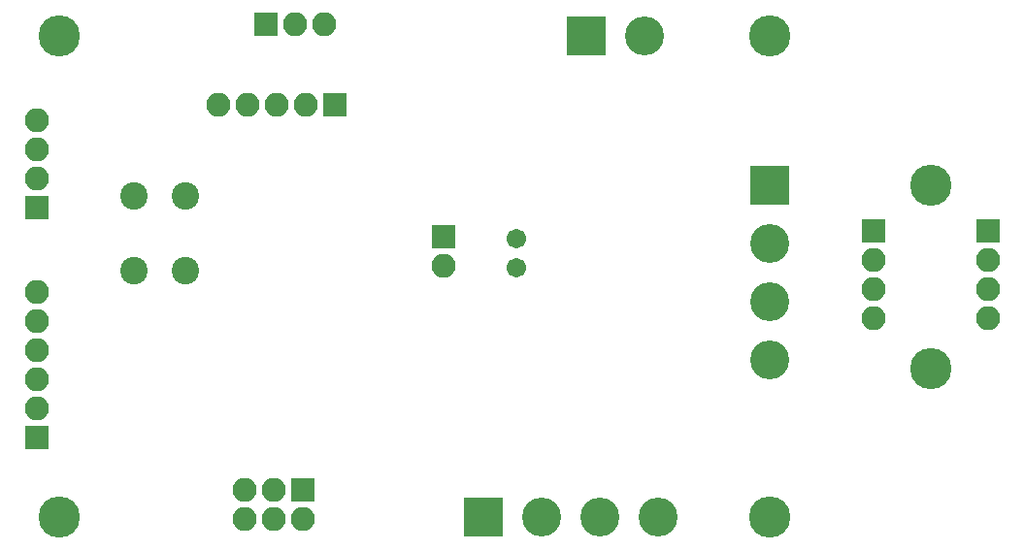
<source format=gbs>
G04 #@! TF.FileFunction,Soldermask,Bot*
%FSLAX46Y46*%
G04 Gerber Fmt 4.6, Leading zero omitted, Abs format (unit mm)*
G04 Created by KiCad (PCBNEW 4.0.1-stable) date 2019/02/18 22:31:54*
%MOMM*%
G01*
G04 APERTURE LIST*
%ADD10C,0.100000*%
%ADD11C,3.600000*%
%ADD12R,2.100000X2.100000*%
%ADD13O,2.100000X2.100000*%
%ADD14C,3.400000*%
%ADD15R,3.400000X3.400000*%
%ADD16C,2.400000*%
%ADD17C,1.703000*%
G04 APERTURE END LIST*
D10*
D11*
X80000000Y33000000D03*
X80000000Y17000000D03*
X66000000Y46000000D03*
X4000000Y46000000D03*
X4000000Y4000000D03*
D12*
X2000000Y31000000D03*
D13*
X2000000Y33540000D03*
X2000000Y36080000D03*
X2000000Y38620000D03*
D12*
X2000000Y11000000D03*
D13*
X2000000Y13540000D03*
X2000000Y16080000D03*
X2000000Y18620000D03*
X2000000Y21160000D03*
X2000000Y23700000D03*
D14*
X66000000Y27920000D03*
X66000000Y22840000D03*
D15*
X66000000Y33000000D03*
D14*
X66000000Y17760000D03*
X46080000Y4000000D03*
X51160000Y4000000D03*
D15*
X41000000Y4000000D03*
D14*
X56240000Y4000000D03*
D12*
X28000000Y40000000D03*
D13*
X25460000Y40000000D03*
X22920000Y40000000D03*
X20380000Y40000000D03*
X17840000Y40000000D03*
D15*
X50000000Y46000000D03*
D14*
X55080000Y46000000D03*
D12*
X37500000Y28500000D03*
D13*
X37500000Y25960000D03*
D16*
X15000000Y25500000D03*
X10500000Y25500000D03*
X15000000Y32000000D03*
X10500000Y32000000D03*
D11*
X66000000Y4000000D03*
D17*
X43900000Y25800000D03*
X43900000Y28340000D03*
D12*
X75000000Y29000000D03*
D13*
X75000000Y26460000D03*
X75000000Y23920000D03*
X75000000Y21380000D03*
D12*
X85000000Y29000000D03*
D13*
X85000000Y26460000D03*
X85000000Y23920000D03*
X85000000Y21380000D03*
D12*
X25200000Y6400000D03*
D13*
X25200000Y3860000D03*
X22660000Y6400000D03*
X22660000Y3860000D03*
X20120000Y6400000D03*
X20120000Y3860000D03*
D12*
X22000000Y47000000D03*
D13*
X24540000Y47000000D03*
X27080000Y47000000D03*
M02*

</source>
